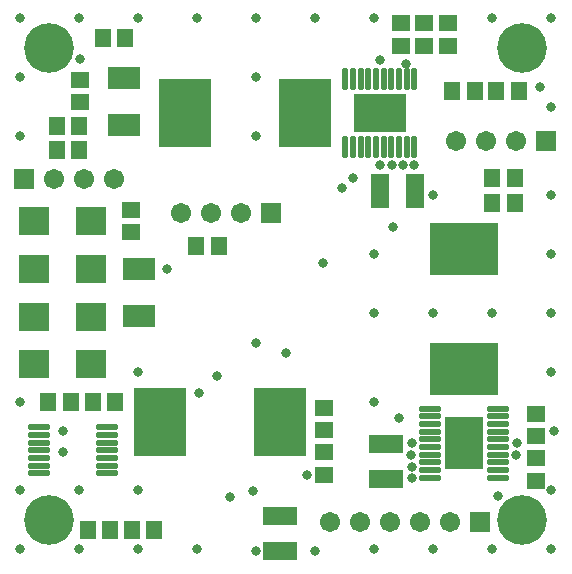
<source format=gts>
%FSAX44Y44*%
%MOMM*%
G71*
G01*
G75*
G04 Layer_Color=8388736*
%ADD10C,0.1524*%
%ADD11C,0.1524*%
%ADD12C,1.0000*%
%ADD13R,2.8000X1.3500*%
%ADD14R,1.3500X1.2000*%
%ADD15R,1.2000X1.3500*%
%ADD16R,5.5500X4.2500*%
%ADD17R,4.2500X5.5500*%
%ADD18R,2.5000X1.7000*%
%ADD19R,2.4500X2.2500*%
%ADD20R,1.3500X2.8000*%
%ADD21O,1.7000X0.3500*%
%ADD22R,3.0000X4.2000*%
%ADD23R,4.2000X3.0000*%
%ADD24O,0.3500X1.7000*%
%ADD25C,0.2032*%
%ADD26C,4.0000*%
%ADD27C,1.5000*%
%ADD28R,1.5000X1.5000*%
%ADD29C,0.6000*%
%ADD30O,0.4500X2.4000*%
%ADD31R,0.6000X1.1500*%
%ADD32R,4.8067X3.2941*%
%ADD33R,3.1565X4.8934*%
%ADD34R,2.0828X0.6604*%
%ADD35R,1.6764X2.0828*%
%ADD36C,0.2500*%
%ADD37C,0.6000*%
%ADD38C,0.2000*%
%ADD39C,0.4500*%
%ADD40R,3.0032X1.5532*%
%ADD41R,1.5532X1.4032*%
%ADD42R,1.4032X1.5532*%
%ADD43R,5.7532X4.4532*%
%ADD44R,4.4532X5.7532*%
%ADD45R,2.7032X1.9032*%
%ADD46R,2.6532X2.4532*%
%ADD47R,1.5532X3.0032*%
%ADD48O,1.9032X0.5532*%
%ADD49R,3.2032X4.4032*%
%ADD50R,4.4032X3.2032*%
%ADD51O,0.5532X1.9032*%
%ADD52C,4.2032*%
%ADD53C,1.7032*%
%ADD54R,1.7032X1.7032*%
%ADD55C,0.8032*%
D40*
X00842772Y00847072D02*
D03*
Y00876572D02*
D03*
X00753364Y00785604D02*
D03*
Y00815104D02*
D03*
D41*
X00790702Y00906882D02*
D03*
Y00887882D02*
D03*
X00855726Y01213510D02*
D03*
Y01232510D02*
D03*
X00895350Y01232510D02*
D03*
Y01213510D02*
D03*
X00875538Y01213510D02*
D03*
Y01232510D02*
D03*
X00790702Y00869290D02*
D03*
Y00850290D02*
D03*
X00970026Y00845210D02*
D03*
Y00864210D02*
D03*
Y00882802D02*
D03*
Y00901802D02*
D03*
X00583692Y01165758D02*
D03*
Y01184758D02*
D03*
X00626872Y01074522D02*
D03*
Y01055522D02*
D03*
D42*
X00951840Y01080262D02*
D03*
X00932840D02*
D03*
X00951840Y01101344D02*
D03*
X00932840D02*
D03*
X00622148Y01220216D02*
D03*
X00603148D02*
D03*
X00613766Y00911606D02*
D03*
X00594766D02*
D03*
X00575920D02*
D03*
X00556920D02*
D03*
X00564286Y01145540D02*
D03*
X00583286D02*
D03*
X00564286Y01124966D02*
D03*
X00583286D02*
D03*
X00609448Y00803402D02*
D03*
X00590448D02*
D03*
X00918058Y01175512D02*
D03*
X00899058D02*
D03*
X00627786Y00803402D02*
D03*
X00646786D02*
D03*
X00701142Y01044194D02*
D03*
X00682142D02*
D03*
X00936396Y01175512D02*
D03*
X00955396D02*
D03*
D43*
X00909320Y01041604D02*
D03*
Y00940104D02*
D03*
D44*
X00672896Y01156970D02*
D03*
X00774396D02*
D03*
X00651560Y00895350D02*
D03*
X00753060D02*
D03*
D45*
X00621538Y01186114D02*
D03*
Y01146114D02*
D03*
X00634238Y00984570D02*
D03*
Y01024570D02*
D03*
D46*
X00544964Y01065530D02*
D03*
X00593464D02*
D03*
X00544964Y01024890D02*
D03*
X00593464D02*
D03*
X00544964Y00984250D02*
D03*
X00593464D02*
D03*
X00544710Y00943864D02*
D03*
X00593210D02*
D03*
D47*
X00867174Y01090422D02*
D03*
X00837674D02*
D03*
D48*
X00549350Y00890466D02*
D03*
Y00883966D02*
D03*
Y00877466D02*
D03*
Y00870966D02*
D03*
Y00864466D02*
D03*
Y00857966D02*
D03*
Y00851466D02*
D03*
X00606350Y00890466D02*
D03*
Y00883966D02*
D03*
Y00877466D02*
D03*
Y00870966D02*
D03*
Y00864466D02*
D03*
Y00857966D02*
D03*
Y00851466D02*
D03*
X00937566Y00847812D02*
D03*
Y00854312D02*
D03*
Y00860812D02*
D03*
Y00867312D02*
D03*
Y00873812D02*
D03*
Y00880312D02*
D03*
Y00886812D02*
D03*
Y00893312D02*
D03*
Y00899812D02*
D03*
Y00906312D02*
D03*
X00880566Y00847812D02*
D03*
Y00854312D02*
D03*
Y00860812D02*
D03*
Y00867312D02*
D03*
Y00873812D02*
D03*
Y00880312D02*
D03*
Y00886812D02*
D03*
Y00893312D02*
D03*
Y00899812D02*
D03*
Y00906312D02*
D03*
D49*
X00909066Y00877062D02*
D03*
D50*
X00837692Y01156462D02*
D03*
D51*
X00866942Y01184962D02*
D03*
X00860442D02*
D03*
X00853942D02*
D03*
X00847442D02*
D03*
X00840942D02*
D03*
X00834442D02*
D03*
X00827942D02*
D03*
X00821442D02*
D03*
X00814942D02*
D03*
X00808442D02*
D03*
X00866942Y01127962D02*
D03*
X00860442D02*
D03*
X00853942D02*
D03*
X00847442D02*
D03*
X00840942D02*
D03*
X00834442D02*
D03*
X00827942D02*
D03*
X00821442D02*
D03*
X00814942D02*
D03*
X00808442D02*
D03*
D52*
X00558000Y00812000D02*
D03*
X00958000D02*
D03*
Y01212000D02*
D03*
X00558000D02*
D03*
D53*
X00795274Y00810006D02*
D03*
X00820674D02*
D03*
X00846074D02*
D03*
X00871474D02*
D03*
X00896874D02*
D03*
X00561594Y01100836D02*
D03*
X00586994D02*
D03*
X00612394D02*
D03*
X00953008Y01133094D02*
D03*
X00927608D02*
D03*
X00902208D02*
D03*
X00719836Y01071880D02*
D03*
X00694436D02*
D03*
X00669036D02*
D03*
D54*
X00922274Y00810006D02*
D03*
X00536194Y01100836D02*
D03*
X00978408Y01133094D02*
D03*
X00745236Y01071880D02*
D03*
D55*
X00954278Y00877316D02*
D03*
X00864616Y00877062D02*
D03*
X00837692Y01201420D02*
D03*
X00837674Y01112266D02*
D03*
X00864362Y00866902D02*
D03*
X00853948Y00898398D02*
D03*
X00864616Y00856996D02*
D03*
X00937514Y00832358D02*
D03*
X00953160Y00867308D02*
D03*
X00847852Y01112520D02*
D03*
X00814832Y01101852D02*
D03*
X00865124Y00847344D02*
D03*
X00856996Y01112266D02*
D03*
X00866902Y01112520D02*
D03*
X00860298Y01198372D02*
D03*
X00583692Y01202436D02*
D03*
X00657860Y01024128D02*
D03*
X00569316Y00887120D02*
D03*
X00569214Y00869442D02*
D03*
X00711200Y00831342D02*
D03*
X00789686Y01029208D02*
D03*
X00848512Y01060094D02*
D03*
X00685038Y00919480D02*
D03*
X00730758Y00836168D02*
D03*
X00776478Y00849884D02*
D03*
X00757936Y00953516D02*
D03*
X00805688Y01092708D02*
D03*
X00700076Y00934010D02*
D03*
X00973074Y01178560D02*
D03*
X00533000Y00787000D02*
D03*
X00583000D02*
D03*
X00633000D02*
D03*
X00683000D02*
D03*
X00733000Y00785604D02*
D03*
X00783000D02*
D03*
X00833000Y00787000D02*
D03*
X00883000D02*
D03*
X00933000D02*
D03*
X00983000D02*
D03*
Y00837000D02*
D03*
Y00937000D02*
D03*
Y00987000D02*
D03*
Y01037000D02*
D03*
Y01087000D02*
D03*
Y01162000D02*
D03*
Y01237000D02*
D03*
X00933000D02*
D03*
X00833000D02*
D03*
X00783000D02*
D03*
X00733000D02*
D03*
X00683000D02*
D03*
X00633000D02*
D03*
X00583000D02*
D03*
X00533000D02*
D03*
Y01187000D02*
D03*
Y01137000D02*
D03*
Y00912000D02*
D03*
Y00837000D02*
D03*
X00583000D02*
D03*
X00633000D02*
D03*
X00833000Y00912000D02*
D03*
X00933000Y00987000D02*
D03*
X00883000D02*
D03*
X00833000D02*
D03*
Y01037000D02*
D03*
X00883000Y01087000D02*
D03*
X00733000Y00962000D02*
D03*
X00633000Y00937000D02*
D03*
X00733000Y01187000D02*
D03*
Y01137000D02*
D03*
X00985400Y00887000D02*
D03*
M02*

</source>
